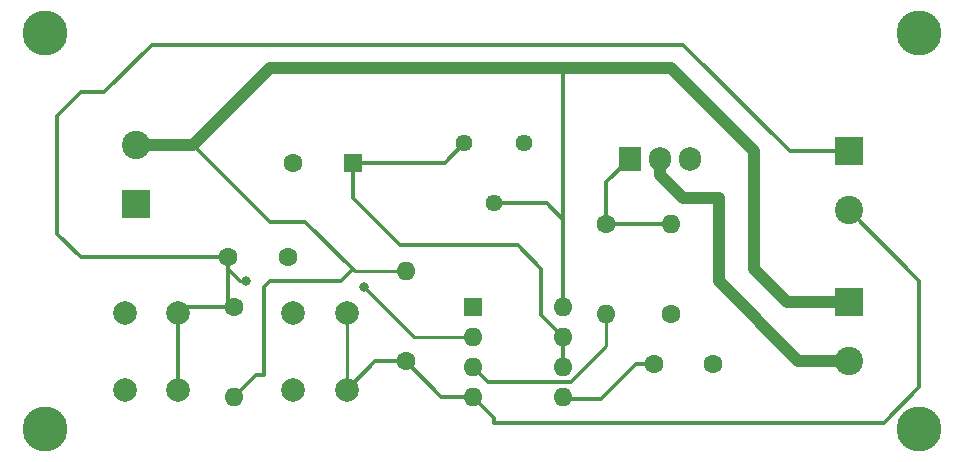
<source format=gbr>
%TF.GenerationSoftware,KiCad,Pcbnew,(6.0.8)*%
%TF.CreationDate,2022-12-14T21:59:04-06:00*%
%TF.ProjectId,Closet Light with timmer,436c6f73-6574-4204-9c69-676874207769,rev?*%
%TF.SameCoordinates,Original*%
%TF.FileFunction,Copper,L1,Top*%
%TF.FilePolarity,Positive*%
%FSLAX46Y46*%
G04 Gerber Fmt 4.6, Leading zero omitted, Abs format (unit mm)*
G04 Created by KiCad (PCBNEW (6.0.8)) date 2022-12-14 21:59:04*
%MOMM*%
%LPD*%
G01*
G04 APERTURE LIST*
%TA.AperFunction,ComponentPad*%
%ADD10C,2.000000*%
%TD*%
%TA.AperFunction,ComponentPad*%
%ADD11R,2.400000X2.400000*%
%TD*%
%TA.AperFunction,ComponentPad*%
%ADD12C,2.400000*%
%TD*%
%TA.AperFunction,ComponentPad*%
%ADD13R,1.905000X2.000000*%
%TD*%
%TA.AperFunction,ComponentPad*%
%ADD14O,1.905000X2.000000*%
%TD*%
%TA.AperFunction,ComponentPad*%
%ADD15R,1.600000X1.600000*%
%TD*%
%TA.AperFunction,ComponentPad*%
%ADD16O,1.600000X1.600000*%
%TD*%
%TA.AperFunction,ComponentPad*%
%ADD17C,1.600000*%
%TD*%
%TA.AperFunction,ConnectorPad*%
%ADD18C,3.800000*%
%TD*%
%TA.AperFunction,ComponentPad*%
%ADD19C,2.600000*%
%TD*%
%TA.AperFunction,ComponentPad*%
%ADD20C,1.440000*%
%TD*%
%TA.AperFunction,ViaPad*%
%ADD21C,0.800000*%
%TD*%
%TA.AperFunction,Conductor*%
%ADD22C,0.300000*%
%TD*%
%TA.AperFunction,Conductor*%
%ADD23C,0.250000*%
%TD*%
%TA.AperFunction,Conductor*%
%ADD24C,1.000000*%
%TD*%
G04 APERTURE END LIST*
D10*
%TO.P,SW2,1,1*%
%TO.N,GND*%
X39750000Y-55250000D03*
X39750000Y-48750000D03*
%TO.P,SW2,2,2*%
%TO.N,/START*%
X44250000Y-48750000D03*
X44250000Y-55250000D03*
%TD*%
D11*
%TO.P,J1,1,Pin_1*%
%TO.N,GND*%
X40700000Y-39500000D03*
D12*
%TO.P,J1,2,Pin_2*%
%TO.N,+12V*%
X40700000Y-34500000D03*
%TD*%
D13*
%TO.P,Q1,1,G*%
%TO.N,/Gate*%
X82460000Y-35695000D03*
D14*
%TO.P,Q1,2,D*%
%TO.N,/Drain*%
X85000000Y-35695000D03*
%TO.P,Q1,3,S*%
%TO.N,GND*%
X87540000Y-35695000D03*
%TD*%
D15*
%TO.P,U1,1,GND*%
%TO.N,GND*%
X69200000Y-48200000D03*
D16*
%TO.P,U1,2,TR*%
%TO.N,/START*%
X69200000Y-50740000D03*
%TO.P,U1,3,Q*%
%TO.N,Net-(R4-Pad2)*%
X69200000Y-53280000D03*
%TO.P,U1,4,R*%
%TO.N,/RST*%
X69200000Y-55820000D03*
%TO.P,U1,5,CV*%
%TO.N,Net-(C2-Pad2)*%
X76820000Y-55820000D03*
%TO.P,U1,6,THR*%
%TO.N,Net-(C3-Pad1)*%
X76820000Y-53280000D03*
%TO.P,U1,7,DIS*%
X76820000Y-50740000D03*
%TO.P,U1,8,VCC*%
%TO.N,+12V*%
X76820000Y-48200000D03*
%TD*%
D17*
%TO.P,R5,1*%
%TO.N,GND*%
X86000000Y-48810000D03*
D16*
%TO.P,R5,2*%
%TO.N,/Gate*%
X86000000Y-41190000D03*
%TD*%
D17*
%TO.P,C2,1*%
%TO.N,GND*%
X89500000Y-53000000D03*
%TO.P,C2,2*%
%TO.N,Net-(C2-Pad2)*%
X84500000Y-53000000D03*
%TD*%
D11*
%TO.P,J2,1,Pin_1*%
%TO.N,/START*%
X101000000Y-35000000D03*
D12*
%TO.P,J2,2,Pin_2*%
%TO.N,/RST*%
X101000000Y-40000000D03*
%TD*%
D18*
%TO.P,H3,1*%
%TO.N,N/C*%
X107000000Y-25000000D03*
D19*
X107000000Y-25000000D03*
%TD*%
%TO.P,H1,1*%
%TO.N,N/C*%
X107000000Y-58500000D03*
D18*
X107000000Y-58500000D03*
%TD*%
D17*
%TO.P,R2,1*%
%TO.N,/START*%
X49000000Y-48190000D03*
D16*
%TO.P,R2,2*%
%TO.N,+12V*%
X49000000Y-55810000D03*
%TD*%
D17*
%TO.P,C1,1*%
%TO.N,/START*%
X48500000Y-44000000D03*
%TO.P,C1,2*%
%TO.N,GND*%
X53500000Y-44000000D03*
%TD*%
D10*
%TO.P,SW1,1,1*%
%TO.N,GND*%
X54000000Y-55250000D03*
X54000000Y-48750000D03*
%TO.P,SW1,2,2*%
%TO.N,/RST*%
X58500000Y-55250000D03*
X58500000Y-48750000D03*
%TD*%
D20*
%TO.P,RV1,1,1*%
%TO.N,Net-(C3-Pad1)*%
X68460000Y-34345000D03*
%TO.P,RV1,2,2*%
%TO.N,+12V*%
X71000000Y-39425000D03*
%TO.P,RV1,3,3*%
%TO.N,unconnected-(RV1-Pad3)*%
X73540000Y-34345000D03*
%TD*%
D19*
%TO.P,H4,1*%
%TO.N,N/C*%
X33000000Y-58500000D03*
D18*
X33000000Y-58500000D03*
%TD*%
D17*
%TO.P,R4,1*%
%TO.N,/Gate*%
X80500000Y-41190000D03*
D16*
%TO.P,R4,2*%
%TO.N,Net-(R4-Pad2)*%
X80500000Y-48810000D03*
%TD*%
D15*
%TO.P,C3,1*%
%TO.N,Net-(C3-Pad1)*%
X59000000Y-36000000D03*
D17*
%TO.P,C3,2*%
%TO.N,GND*%
X54000000Y-36000000D03*
%TD*%
D19*
%TO.P,H2,1*%
%TO.N,N/C*%
X33000000Y-25000000D03*
D18*
X33000000Y-25000000D03*
%TD*%
D11*
%TO.P,J3,1,Pin_1*%
%TO.N,+12V*%
X101050000Y-47750000D03*
D12*
%TO.P,J3,2,Pin_2*%
%TO.N,/Drain*%
X101050000Y-52750000D03*
%TD*%
D17*
%TO.P,R1,1*%
%TO.N,/RST*%
X63500000Y-52810000D03*
D16*
%TO.P,R1,2*%
%TO.N,+12V*%
X63500000Y-45190000D03*
%TD*%
D21*
%TO.N,/START*%
X50000000Y-46000000D03*
X60000000Y-46500000D03*
%TD*%
D22*
%TO.N,/START*%
X96000000Y-35000000D02*
X101000000Y-35000000D01*
X48500000Y-44000000D02*
X48500000Y-45000000D01*
D23*
X69200000Y-50740000D02*
X64240000Y-50740000D01*
D22*
X48500000Y-44000000D02*
X36000000Y-44000000D01*
X87000000Y-26000000D02*
X96000000Y-35000000D01*
X34000000Y-32000000D02*
X36000000Y-30000000D01*
D23*
X49500000Y-46000000D02*
X48500000Y-45000000D01*
D22*
X48500000Y-47690000D02*
X49000000Y-48190000D01*
D23*
X64240000Y-50740000D02*
X60000000Y-46500000D01*
D22*
X36000000Y-44000000D02*
X34000000Y-42000000D01*
X44250000Y-48750000D02*
X44250000Y-55250000D01*
D23*
X50000000Y-46000000D02*
X49500000Y-46000000D01*
D22*
X36000000Y-30000000D02*
X38000000Y-30000000D01*
X42000000Y-26000000D02*
X87000000Y-26000000D01*
X49000000Y-48190000D02*
X44810000Y-48190000D01*
X48500000Y-45000000D02*
X48500000Y-47690000D01*
X38000000Y-30000000D02*
X42000000Y-26000000D01*
X44810000Y-48190000D02*
X44250000Y-48750000D01*
X34000000Y-42000000D02*
X34000000Y-32000000D01*
%TO.N,Net-(C2-Pad2)*%
X84500000Y-53000000D02*
X83000000Y-53000000D01*
X77000000Y-56000000D02*
X76820000Y-55820000D01*
X80000000Y-56000000D02*
X77000000Y-56000000D01*
X83000000Y-53000000D02*
X80000000Y-56000000D01*
%TO.N,/RST*%
X107000000Y-55000000D02*
X104000000Y-58000000D01*
X60940000Y-52810000D02*
X58500000Y-55250000D01*
X63500000Y-52810000D02*
X60940000Y-52810000D01*
X104000000Y-58000000D02*
X71000000Y-58000000D01*
X71000000Y-58000000D02*
X71000000Y-57620000D01*
X66510000Y-55820000D02*
X63500000Y-52810000D01*
X71000000Y-57620000D02*
X69200000Y-55820000D01*
X107000000Y-46000000D02*
X107000000Y-55000000D01*
X101000000Y-40000000D02*
X107000000Y-46000000D01*
X69200000Y-55820000D02*
X66510000Y-55820000D01*
D23*
X58500000Y-48750000D02*
X58500000Y-55250000D01*
D22*
%TO.N,+12V*%
X76820000Y-40820000D02*
X76820000Y-28180000D01*
X76820000Y-28180000D02*
X77000000Y-28000000D01*
D24*
X45500000Y-34500000D02*
X52000000Y-28000000D01*
D23*
X63500000Y-45190000D02*
X59190000Y-45190000D01*
D22*
X52000000Y-46000000D02*
X58000000Y-46000000D01*
X75425000Y-39425000D02*
X71000000Y-39425000D01*
X52000000Y-46000000D02*
X51500000Y-46500000D01*
D24*
X52000000Y-28000000D02*
X77000000Y-28000000D01*
D22*
X52000000Y-41000000D02*
X45500000Y-34500000D01*
X50810000Y-54000000D02*
X49000000Y-55810000D01*
X76820000Y-40820000D02*
X75425000Y-39425000D01*
D24*
X86000000Y-28000000D02*
X93000000Y-35000000D01*
D22*
X58000000Y-46000000D02*
X59000000Y-45000000D01*
X59000000Y-45000000D02*
X55000000Y-41000000D01*
D24*
X93000000Y-35000000D02*
X93000000Y-45000000D01*
D22*
X51500000Y-46500000D02*
X51500000Y-54000000D01*
D23*
X59190000Y-45190000D02*
X59000000Y-45000000D01*
D24*
X40700000Y-34500000D02*
X45500000Y-34500000D01*
X95750000Y-47750000D02*
X101050000Y-47750000D01*
X93000000Y-45000000D02*
X95750000Y-47750000D01*
D22*
X76820000Y-48200000D02*
X76820000Y-40820000D01*
D24*
X77000000Y-28000000D02*
X86000000Y-28000000D01*
D22*
X55000000Y-41000000D02*
X52000000Y-41000000D01*
X51500000Y-54000000D02*
X50810000Y-54000000D01*
D23*
%TO.N,Net-(R4-Pad2)*%
X80500000Y-48810000D02*
X80500000Y-51500000D01*
D22*
X70490000Y-54570000D02*
X69200000Y-53280000D01*
X77337767Y-54570000D02*
X76930000Y-54570000D01*
D23*
X80500000Y-51500000D02*
X77430000Y-54570000D01*
X77430000Y-54570000D02*
X76930000Y-54570000D01*
D22*
X76930000Y-54570000D02*
X70490000Y-54570000D01*
%TO.N,Net-(C3-Pad1)*%
X59000000Y-39000000D02*
X59000000Y-36000000D01*
X60000000Y-36000000D02*
X66805000Y-36000000D01*
X63000000Y-43000000D02*
X59000000Y-39000000D01*
X59000000Y-36000000D02*
X60000000Y-36000000D01*
X73000000Y-43000000D02*
X63000000Y-43000000D01*
X76820000Y-50740000D02*
X75000000Y-48920000D01*
X66805000Y-36000000D02*
X68460000Y-34345000D01*
X76820000Y-50740000D02*
X76820000Y-53280000D01*
X75000000Y-48920000D02*
X75000000Y-45000000D01*
X75000000Y-45000000D02*
X73000000Y-43000000D01*
D24*
%TO.N,/Drain*%
X85000000Y-35695000D02*
X85000000Y-37000000D01*
X85000000Y-37000000D02*
X87000000Y-39000000D01*
X90000000Y-39000000D02*
X90000000Y-46000000D01*
X96750000Y-52750000D02*
X101050000Y-52750000D01*
X90000000Y-46000000D02*
X96750000Y-52750000D01*
X87000000Y-39000000D02*
X90000000Y-39000000D01*
D22*
%TO.N,/Gate*%
X80500000Y-37655000D02*
X82460000Y-35695000D01*
X80500000Y-41190000D02*
X86000000Y-41190000D01*
X80500000Y-41190000D02*
X80500000Y-37655000D01*
%TD*%
M02*

</source>
